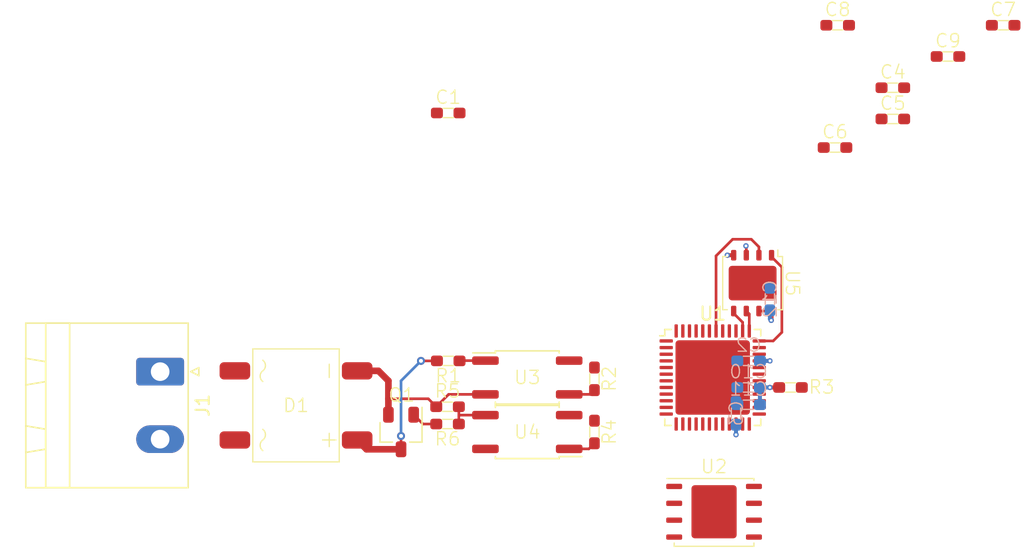
<source format=kicad_pcb>
(kicad_pcb (version 20210925) (generator pcbnew)
  (layers (0 "F.Cu" signal) (1 "In1.Cu" signal) (2 "In2.Cu" signal) (31 "B.Cu" signal) (34 "B.Paste" user) (35 "F.Paste" user) (36 "B.SilkS" user "B.Silkscreen") (37 "F.SilkS" user "F.Silkscreen") (38 "B.Mask" user) (39 "F.Mask" user) (44 "Edge.Cuts" user))
  (net 0 "")
  (net 5 "+1V2")
  (net 9 "/DALI_RX")
  (net 10 "/DALI_TX")
  (net 13 "Net-(U1-Pad14)")
  (net 14 "Net-(U1-Pad15)")
  (net 15 "Net-(U1-Pad16)")
  (net 16 "Net-(U1-Pad17)")
  (net 21 "+3V3")
  (net 32 "Net-(C10-Pad1)")
  (net 33 "Net-(R5-Pad2)")
  (net 34 "/FRAM_CIPO")
  (net 38 "/~{FRAM_CS}")
  (net 45 "GND")
  (net 48 "/FRAM_SCLK")
  (net 51 "Net-(D1-Pad1)")
  (net 52 "Net-(D1-Pad2)")
  (net 53 "/DALI+")
  (net 54 "/DALI-")
  (net 55 "Net-(R1-Pad2)")
  (net 56 "Net-(Q1-Pad1)")
  (net 57 "Net-(R4-Pad2)")
  (net 58 "/FRAM_COPI")
  (footprint "rhais_rcl:C0603" (layer "F.Cu") (at 159.1 92.6)
    (fp_text reference "C6" (at 0 -0.6) (layer "F.SilkS") (effects (font (thickness 0.1)) (justify bottom)))
    (fp_text value "10nF")
    (fp_line (start 0.4 0.35) (end -0.4 0.35) (layer "F.SilkS") (width 0.1))
    (fp_line (start -0.4 -0.35) (end 0.4 -0.35) (layer "F.SilkS") (width 0.1))
    (pad "1" smd roundrect (at -0.85 0) (size 0.9 0.8) (layers "F.Cu" "F.Paste" "F.Mask") (net 5 "+1V2"))
    (pad "2" smd roundrect (at 0.85 0) (size 0.9 0.8) (layers "F.Cu" "F.Paste" "F.Mask") (net 45 "GND"))
  )
  (footprint "rhais_rcl:R0603" (layer "F.Cu") (at 155.75 110.65 180)
    (fp_text reference "R3" (at -1.3 -0.55) (layer "F.SilkS") (effects (font (thickness 0.1)) (justify left bottom)))
    (fp_text value "100R" hide)
    (fp_line (start 0.4 -0.35) (end -0.4 -0.35) (layer "F.SilkS") (width 0.1))
    (fp_line (start -0.4 0.35) (end 0.4 0.35) (layer "F.SilkS") (width 0.1))
    (pad "1" smd roundrect (at -0.85 0 180) (size 0.9 0.8) (layers "F.Cu" "F.Paste" "F.Mask") (net 5 "+1V2"))
    (pad "2" smd roundrect (at 0.85 0 180) (size 0.9 0.8) (layers "F.Cu" "F.Paste" "F.Mask") (net 32 "Net-(C10-Pad1)"))
  )
  (footprint "rhais_package-smd:SO-4_4.4x3.6mm_P2.54mm" (layer "F.Cu") (at 135.95 109.9)
    (fp_text reference "U3" (at 0 0) (layer "F.SilkS") (effects (font (thickness 0.1))))
    (fp_text value "140357145300" hide)
    (fp_line (start -2.4 2) (end -2.4 1.85) (layer "F.SilkS") (width 0.12))
    (fp_line (start -2.4 -1.85) (end -2.4 -2) (layer "F.SilkS") (width 0.12))
    (fp_line (start 2.4 -2) (end 2.4 -1.85) (layer "F.SilkS") (width 0.12))
    (fp_line (start 2.4 2) (end -2.4 2) (layer "F.SilkS") (width 0.12))
    (fp_line (start -2.4 -1.85) (end -4.1 -1.85) (layer "F.SilkS") (width 0.12))
    (fp_line (start -2.4 -2) (end 2.4 -2) (layer "F.SilkS") (width 0.12))
    (fp_line (start 2.4 1.85) (end 2.4 2) (layer "F.SilkS") (width 0.12))
    (pad "1" smd roundrect locked (at -3.15 -1.27) (size 2 0.64) (layers "F.Cu" "F.Paste" "F.Mask") (net 55 "Net-(R1-Pad2)"))
    (pad "2" smd roundrect locked (at -3.15 1.27) (size 2 0.64) (layers "F.Cu" "F.Paste" "F.Mask") (net 54 "/DALI-"))
    (pad "3" smd roundrect locked (at 3.15 1.27) (size 2 0.64) (layers "F.Cu" "F.Paste" "F.Mask") (net 9 "/DALI_RX"))
    (pad "4" smd roundrect locked (at 3.15 -1.27) (size 2 0.64) (layers "F.Cu" "F.Paste" "F.Mask") (net 21 "+3V3"))
  )
  (footprint "rhais_rcl:C0603" (layer "F.Cu") (at 159.3 83.4)
    (fp_text reference "C8" (at 0 -0.6) (layer "F.SilkS") (effects (font (thickness 0.1)) (justify bottom)))
    (fp_text value "0.1uF")
    (fp_line (start 0.4 0.35) (end -0.4 0.35) (layer "F.SilkS") (width 0.1))
    (fp_line (start -0.4 -0.35) (end 0.4 -0.35) (layer "F.SilkS") (width 0.1))
    (pad "1" smd roundrect (at -0.85 0) (size 0.9 0.8) (layers "F.Cu" "F.Paste" "F.Mask") (net 5 "+1V2"))
    (pad "2" smd roundrect (at 0.85 0) (size 0.9 0.8) (layers "F.Cu" "F.Paste" "F.Mask") (net 45 "GND"))
  )
  (footprint "rhais_package-smd:SOT-23" (layer "F.Cu") (at 126.45 114 -90)
    (fp_text reference "Q1" (at -2.2 -0.05 180) (layer "F.SilkS") (effects (font (thickness 0.1)) (justify bottom)))
    (fp_text value "NX138BKR" hide)
    (fp_line (start 0.76 1.58) (end -0.7 1.58) (layer "F.SilkS") (width 0.12))
    (fp_line (start 0.76 -1.58) (end -1.85 -1.58) (layer "F.SilkS") (width 0.12))
    (fp_line (start 0.76 1.58) (end 0.76 0.65) (layer "F.SilkS") (width 0.12))
    (fp_line (start 0.76 -1.58) (end 0.76 -0.65) (layer "F.SilkS") (width 0.12))
    (pad "1" smd roundrect locked (at -1.3 -0.95 180) (size 0.8 1.2) (layers "F.Cu" "F.Paste" "F.Mask") (net 56 "Net-(Q1-Pad1)"))
    (pad "2" smd roundrect locked (at -1.3 0.95 180) (size 0.8 1.2) (layers "F.Cu" "F.Paste" "F.Mask") (net 54 "/DALI-"))
    (pad "3" smd roundrect locked (at 1.3 0 180) (size 0.8 1.2) (layers "F.Cu" "F.Paste" "F.Mask") (net 53 "/DALI+"))
  )
  (footprint "rhais_rcl:R0603" (layer "F.Cu") (at 141 114 -90)
    (fp_text reference "R4" (at 0 -1.7 90) (layer "F.SilkS") (effects (font (thickness 0.1)) (justify bottom)))
    (fp_text value "210R" hide)
    (fp_line (start 0.4 -0.35) (end -0.4 -0.35) (layer "F.SilkS") (width 0.1))
    (fp_line (start -0.4 0.35) (end 0.4 0.35) (layer "F.SilkS") (width 0.1))
    (pad "1" smd roundrect (at -0.85 0 270) (size 0.9 0.8) (layers "F.Cu" "F.Paste" "F.Mask") (net 10 "/DALI_TX"))
    (pad "2" smd roundrect (at 0.85 0 270) (size 0.9 0.8) (layers "F.Cu" "F.Paste" "F.Mask") (net 57 "Net-(R4-Pad2)"))
  )
  (footprint "rhais_rcl:R0603" (layer "F.Cu") (at 129.95 112.1)
    (fp_text reference "R5" (at 0 -0.6) (layer "F.SilkS") (effects (font (thickness 0.1)) (justify bottom)))
    (fp_text value "10k" hide)
    (fp_line (start 0.4 -0.35) (end -0.4 -0.35) (layer "F.SilkS") (width 0.1))
    (fp_line (start -0.4 0.35) (end 0.4 0.35) (layer "F.SilkS") (width 0.1))
    (pad "1" smd roundrect (at -0.85 0) (size 0.9 0.8) (layers "F.Cu" "F.Paste" "F.Mask") (net 54 "/DALI-"))
    (pad "2" smd roundrect (at 0.85 0) (size 0.9 0.8) (layers "F.Cu" "F.Paste" "F.Mask") (net 33 "Net-(R5-Pad2)"))
  )
  (footprint "rhais_diode:Bridge_Bridge_DBL" (layer "F.Cu") (at 118.55 112 -90)
    (fp_text reference "D1" (at 0 0) (layer "F.SilkS") (effects (font (thickness 0.1))))
    (fp_text value "D_Bridge_+-AA" hide)
    (fp_line (start 2.6 -3) (end 2.6 -2) (layer "F.SilkS") (width 0.1))
    (fp_line (start -4.25 -3.25) (end 4.25 -3.25) (layer "F.SilkS") (width 0.1))
    (fp_line (start 4.25 -3.25) (end 4.25 3.25) (layer "F.SilkS") (width 0.1))
    (fp_line (start 4.25 3.25) (end -4.25 3.25) (layer "F.SilkS") (width 0.1))
    (fp_line (start -3.1 -2.5) (end -2.1 -2.5) (layer "F.SilkS") (width 0.1))
    (fp_line (start 2.1 -2.5) (end 3.1 -2.5) (layer "F.SilkS") (width 0.1))
    (fp_line (start -4.25 3.25) (end -4.25 -3.25) (layer "F.SilkS") (width 0.1))
    (fp_arc (start -2.2 2.2) (end -2.2 2.7) (angle 51.34019175) (layer "F.SilkS") (width 0.1))
    (fp_arc (start 3 2.2) (end 3 2.7) (angle -53.13010235) (layer "F.SilkS") (width 0.1))
    (fp_arc (start -3 2.8) (end -3 2.3) (angle -53.13010235) (layer "F.SilkS") (width 0.1))
    (fp_arc (start -2.2 2.2) (end -2.2 2.7) (angle -53.13010235) (layer "F.SilkS") (width 0.1))
    (fp_arc (start 2.2 2.8) (end 2.2 2.3) (angle -53.13010235) (layer "F.SilkS") (width 0.1))
    (fp_arc (start 2.2 2.8) (end 2.6 2.5) (angle -53.13010235) (layer "F.SilkS") (width 0.1))
    (fp_arc (start 3 2.2) (end 3 2.7) (angle 51.34019175) (layer "F.SilkS") (width 0.1))
    (fp_arc (start -3 2.8) (end -2.6 2.5) (angle -53.13010235) (layer "F.SilkS") (width 0.1))
    (pad "1" smd roundrect (at -2.6 4.6 270) (size 1.3 2.3) (layers "F.Cu" "F.Paste" "F.Mask") (net 51 "Net-(D1-Pad1)"))
    (pad "2" smd roundrect (at 2.6 4.6 270) (size 1.3 2.3) (layers "F.Cu" "F.Paste" "F.Mask") (net 52 "Net-(D1-Pad2)"))
    (pad "3" smd roundrect (at 2.6 -4.6 270) (size 1.3 2.3) (layers "F.Cu" "F.Paste" "F.Mask") (net 53 "/DALI+"))
    (pad "4" smd roundrect (at -2.6 -4.6 270) (size 1.3 2.3) (layers "F.Cu" "F.Paste" "F.Mask") (net 54 "/DALI-"))
  )
  (footprint "Connector_Phoenix_MSTB:PhoenixContact_MSTBA_2,5_2-G-5,08_1x02_P5.08mm_Horizontal" (layer "F.Cu") (at 108.3275 109.46 -90)
    (fp_text reference "J1" (at 2.54 -3.2 90) (layer "F.SilkS"))
    (fp_text value "DALI")
    (fp_line (start 4.08 10.11) (end 6.08 10.11) (layer "F.SilkS") (width 0.12))
    (fp_line (start -3.65 6.81) (end 8.73 6.81) (layer "F.SilkS") (width 0.12))
    (fp_line (start 6.08 10.11) (end 5.83 8.61) (layer "F.SilkS") (width 0.12))
    (fp_line (start -3.65 -2.11) (end -3.65 10.11) (layer "F.SilkS") (width 0.12))
    (fp_line (start -3.65 8.61) (end -3.65 6.81) (layer "F.SilkS") (width 0.12))
    (fp_line (start -0.75 8.61) (end -1 10.11) (layer "F.SilkS") (width 0.12))
    (fp_line (start 0.3 -2.91) (end 0 -2.31) (layer "F.SilkS") (width 0.12))
    (fp_line (start 8.73 10.11) (end 8.73 -2.11) (layer "F.SilkS") (width 0.12))
    (fp_line (start 0.75 8.61) (end -0.75 8.61) (layer "F.SilkS") (width 0.12))
    (fp_line (start 4.33 8.61) (end 4.08 10.11) (layer "F.SilkS") (width 0.12))
    (fp_line (start 8.73 8.61) (end -3.65 8.61) (layer "F.SilkS") (width 0.12))
    (fp_line (start 5.83 8.61) (end 4.33 8.61) (layer "F.SilkS") (width 0.12))
    (fp_line (start -1 10.11) (end 1 10.11) (layer "F.SilkS") (width 0.12))
    (fp_line (start 8.73 6.81) (end 8.73 8.61) (layer "F.SilkS") (width 0.12))
    (fp_line (start -0.3 -2.91) (end 0.3 -2.91) (layer "F.SilkS") (width 0.12))
    (fp_line (start 8.73 -2.11) (end -3.65 -2.11) (layer "F.SilkS") (width 0.12))
    (fp_line (start 1 10.11) (end 0.75 8.61) (layer "F.SilkS") (width 0.12))
    (fp_line (start -3.65 10.11) (end 8.73 10.11) (layer "F.SilkS") (width 0.12))
    (fp_line (start 0 -2.31) (end -0.3 -2.91) (layer "F.SilkS") (width 0.12))
    (pad "1" thru_hole roundrect locked (at 0 0 270) (size 2.08 3.6) (drill 1.4) (layers *.Cu *.Mask) (roundrect_rratio 0.120192) (net 51 "Net-(D1-Pad1)"))
    (pad "2" thru_hole oval locked (at 5.08 0 270) (size 2.08 3.6) (drill 1.4) (layers *.Cu *.Mask) (net 52 "Net-(D1-Pad2)"))
  )
  (footprint "rhais_package-qfn:QFN-48-1EP_7x7mm_P0.5mm_EP5.6x5.6mm" (layer "F.Cu") (at 149.9 109.9)
    (fp_text reference "U1" (at 0 -4.8) (layer "F.SilkS"))
    (fp_text value "ICE40UP5K-SG48ITR" hide)
    (fp_line (start -3.61 3.61) (end -3.61 3.135) (layer "F.SilkS") (width 0.12))
    (fp_line (start -3.135 -3.61) (end -3.61 -3.61) (layer "F.SilkS") (width 0.12))
    (fp_line (start 3.135 3.61) (end 3.61 3.61) (layer "F.SilkS") (width 0.12))
    (fp_line (start -3.61 -3.14) (end -3.99 -3.14) (layer "F.SilkS") (width 0.12))
    (fp_line (start 3.61 -3.61) (end 3.61 -3.135) (layer "F.SilkS") (width 0.12))
    (fp_line (start 3.135 -3.61) (end 3.61 -3.61) (layer "F.SilkS") (width 0.12))
    (fp_line (start -3.135 3.61) (end -3.61 3.61) (layer "F.SilkS") (width 0.12))
    (fp_line (start 3.61 3.61) (end 3.61 3.135) (layer "F.SilkS") (width 0.12))
    (fp_line (start -3.61 -3.61) (end -3.61 -3.14) (layer "F.SilkS") (width 0.12))
    (pad "1" smd roundrect locked (at -3.5 -2.75) (size 1 0.25) (layers "F.Cu" "F.Paste" "F.Mask"))
    (pad "2" smd roundrect locked (at -3.5 -2.25) (size 1 0.25) (layers "F.Cu" "F.Paste" "F.Mask"))
    (pad "3" smd roundrect locked (at -3.5 -1.75) (size 1 0.25) (layers "F.Cu" "F.Paste" "F.Mask"))
    (pad "4" smd roundrect locked (at -3.5 -1.25) (size 1 0.25) (layers "F.Cu" "F.Paste" "F.Mask"))
    (pad "5" smd roundrect locked (at -3.5 -0.75) (size 1 0.25) (layers "F.Cu" "F.Paste" "F.Mask") (net 5 "+1V2"))
    (pad "6" smd roundrect locked (at -3.5 -0.25) (size 1 0.25) (layers "F.Cu" "F.Paste" "F.Mask"))
    (pad "7" smd roundrect locked (at -3.5 0.25) (size 1 0.25) (layers "F.Cu" "F.Paste" "F.Mask"))
    (pad "8" smd roundrect locked (at -3.5 0.75) (size 1 0.25) (layers "F.Cu" "F.Paste" "F.Mask"))
    (pad "9" smd roundrect locked (at -3.5 1.25) (size 1 0.25) (layers "F.Cu" "F.Paste" "F.Mask") (net 9 "/DALI_RX"))
    (pad "10" smd roundrect locked (at -3.5 1.75) (size 1 0.25) (layers "F.Cu" "F.Paste" "F.Mask") (net 10 "/DALI_TX"))
    (pad "11" smd roundrect locked (at -3.5 2.25) (size 1 0.25) (layers "F.Cu" "F.Paste" "F.Mask"))
    (pad "12" smd roundrect locked (at -3.5 2.75) (size 1 0.25) (layers "F.Cu" "F.Paste" "F.Mask"))
    (pad "13" smd roundrect locked (at -2.75 3.5) (size 0.25 1) (layers "F.Cu" "F.Paste" "F.Mask"))
    (pad "14" smd roundrect locked (at -2.25 3.5) (size 0.25 1) (layers "F.Cu" "F.Paste" "F.Mask") (net 13 "Net-(U1-Pad14)"))
    (pad "15" smd roundrect locked (at -1.75 3.5) (size 0.25 1) (layers "F.Cu" "F.Paste" "F.Mask") (net 14 "Net-(U1-Pad15)"))
    (pad "16" smd roundrect locked (at -1.25 3.5) (size 0.25 1) (layers "F.Cu" "F.Paste" "F.Mask") (net 15 "Net-(U1-Pad16)"))
    (pad "17" smd roundrect locked (at -0.75 3.5) (size 0.25 1) (layers "F.Cu" "F.Paste" "F.Mask") (net 16 "Net-(U1-Pad17)"))
    (pad "18" smd roundrect locked (at -0.25 3.5) (size 0.25 1) (layers "F.Cu" "F.Paste" "F.Mask"))
    (pad "19" smd roundrect locked (at 0.25 3.5) (size 0.25 1) (layers "F.Cu" "F.Paste" "F.Mask"))
    (pad "20" smd roundrect locked (at 0.75 3.5) (size 0.25 1) (layers "F.Cu" "F.Paste" "F.Mask"))
    (pad "21" smd roundrect locked (at 1.25 3.5) (size 0.25 1) (layers "F.Cu" "F.Paste" "F.Mask"))
    (pad "22" smd roundrect locked (at 1.75 3.5) (size 0.25 1) (layers "F.Cu" "F.Paste" "F.Mask") (net 21 "+3V3"))
    (pad "23" smd roundrect locked (at 2.25 3.5) (size 0.25 1) (layers "F.Cu" "F.Paste" "F.Mask"))
    (pad "24" smd roundrect locked (at 2.75 3.5) (size 0.25 1) (layers "F.Cu" "F.Paste" "F.Mask"))
    (pad "25" smd roundrect locked (at 3.5 2.75) (size 1 0.25) (layers "F.Cu" "F.Paste" "F.Mask"))
    (pad "26" smd roundrect locked (at 3.5 2.25) (size 1 0.25) (layers "F.Cu" "F.Paste" "F.Mask"))
    (pad "27" smd roundrect locked (at 3.5 1.75) (size 1 0.25) (layers "F.Cu" "F.Paste" "F.Mask"))
    (pad "28" smd roundrect locked (at 3.5 1.25) (size 1 0.25) (layers "F.Cu" "F.Paste" "F.Mask"))
    (pad "29" smd roundrect locked (at 3.5 0.75) (size 1 0.25) (layers "F.Cu" "F.Paste" "F.Mask") (net 32 "Net-(C10-Pad1)"))
    (pad "30" smd roundrect locked (at 3.5 0.25) (size 1 0.25) (layers "F.Cu" "F.Paste" "F.Mask") (net 5 "+1V2"))
    (pad "31" smd roundrect locked (at 3.5 -0.25) (size 1 0.25) (layers "F.Cu" "F.Paste" "F.Mask"))
    (pad "32" smd roundrect locked (at 3.5 -0.75) (size 1 0.25) (layers "F.Cu" "F.Paste" "F.Mask"))
    (pad "33" smd roundrect locked (at 3.5 -1.25) (size 1 0.25) (layers "F.Cu" "F.Paste" "F.Mask") (net 21 "+3V3"))
    (pad "34" smd roundrect locked (at 3.5 -1.75) (size 1 0.25) (layers "F.Cu" "F.Paste" "F.Mask"))
    (pad "35" smd roundrect locked (at 3.5 -2.25) (size 1 0.25) (layers "F.Cu" "F.Paste" "F.Mask"))
    (pad "36" smd roundrect locked (at 3.5 -2.75) (size 1 0.25) (layers "F.Cu" "F.Paste" "F.Mask") (net 38 "/~{FRAM_CS}"))
    (pad "37" smd roundrect locked (at 2.75 -3.5) (size 0.25 1) (layers "F.Cu" "F.Paste" "F.Mask") (net 48 "/FRAM_SCLK"))
    (pad "38" smd roundrect locked (at 2.25 -3.5) (size 0.25 1) (layers "F.Cu" "F.Paste" "F.Mask") (net 58 "/FRAM_COPI"))
    (pad "39" smd roundrect locked (at 1.75 -3.5) (size 0.25 1) (layers "F.Cu" "F.Paste" "F.Mask"))
    (pad "40" smd roundrect locked (at 1.25 -3.5) (size 0.25 1) (layers "F.Cu" "F.Paste" "F.Mask"))
    (pad "41" smd roundrect locked (at 0.75 -3.5) (size 0.25 1) (layers "F.Cu" "F.Paste" "F.Mask"))
    (pad "42" smd roundrect locked (at 0.25 -3.5) (size 0.25 1) (layers "F.Cu" "F.Paste" "F.Mask") (net 34 "/FRAM_CIPO"))
    (pad "43" smd roundrect locked (at -0.25 -3.5) (size 0.25 1) (layers "F.Cu" "F.Paste" "F.Mask"))
    (pad "44" smd roundrect locked (at -0.75 -3.5) (size 0.25 1) (layers "F.Cu" "F.Paste" "F.Mask"))
    (pad "45" smd roundrect locked (at -1.25 -3.5) (size 0.25 1) (layers "F.Cu" "F.Paste" "F.Mask"))
    (pad "46" smd roundrect locked (at -1.75 -3.5) (size 0.25 1) (layers "F.Cu" "F.Paste" "F.Mask"))
    (pad "47" smd roundrect locked (at -2.25 -3.5) (size 0.25 1) (layers "F.Cu" "F.Paste" "F.Mask"))
    (pad "48" smd roundrect locked (at -2.75 -3.5) (size 0.25 1) (layers "F.Cu" "F.Paste" "F.Mask"))
    (pad "49" smd roundrect locked (at 0 0) (size 5.6 5.6) (layers "F.Cu" "F.Mask") (roundrect_rratio 0.04464285714) (net 45 "GND"))
  )
  (footprint "rhais_package-smd:SO-4_4.4x3.6mm_P2.54mm" (layer "F.Cu") (at 135.95 114 180)
    (fp_text reference "U4" (at 0 0 180) (layer "F.SilkS") (effects (font (thickness 0.1))))
    (fp_text value "140357145300" hide)
    (fp_line (start 2.4 -2) (end 2.4 -1.85) (layer "F.SilkS") (width 0.12))
    (fp_line (start -2.4 -1.85) (end -2.4 -2) (layer "F.SilkS") (width 0.12))
    (fp_line (start 2.4 1.85) (end 2.4 2) (layer "F.SilkS") (width 0.12))
    (fp_line (start -2.4 -2) (end 2.4 -2) (layer "F.SilkS") (width 0.12))
    (fp_line (start 2.4 2) (end -2.4 2) (layer "F.SilkS") (width 0.12))
    (fp_line (start -2.4 2) (end -2.4 1.85) (layer "F.SilkS") (width 0.12))
    (fp_line (start -2.4 -1.85) (end -4.1 -1.85) (layer "F.SilkS") (width 0.12))
    (pad "1" smd roundrect locked (at -3.15 -1.27 180) (size 2 0.64) (layers "F.Cu" "F.Paste" "F.Mask") (net 57 "Net-(R4-Pad2)"))
    (pad "2" smd roundrect locked (at -3.15 1.27 180) (size 2 0.64) (layers "F.Cu" "F.Paste" "F.Mask") (net 45 "GND"))
    (pad "3" smd roundrect locked (at 3.15 1.27 180) (size 2 0.64) (layers "F.Cu" "F.Paste" "F.Mask") (net 33 "Net-(R5-Pad2)"))
    (pad "4" smd roundrect locked (at 3.15 -1.27 180) (size 2 0.64) (layers "F.Cu" "F.Paste" "F.Mask") (net 53 "/DALI+"))
  )
  (footprint "rhais_rcl:C0603" (layer "F.Cu") (at 163.45 90.45)
    (fp_text reference "C5" (at 0 -0.6) (layer "F.SilkS") (effects (font (thickness 0.1)) (justify bottom)))
    (fp_text value "0.1uF")
    (fp_line (start 0.4 0.35) (end -0.4 0.35) (layer "F.SilkS") (width 0.1))
    (fp_line (start -0.4 -0.35) (end 0.4 -0.35) (layer "F.SilkS") (width 0.1))
    (pad "1" smd roundrect (at -0.85 0) (size 0.9 0.8) (layers "F.Cu" "F.Paste" "F.Mask") (net 5 "+1V2"))
    (pad "2" smd roundrect (at 0.85 0) (size 0.9 0.8) (layers "F.Cu" "F.Paste" "F.Mask") (net 45 "GND"))
  )
  (footprint "rhais_rcl:R0603" (layer "F.Cu") (at 141 110 90)
    (fp_text reference "R2" (at 0 1.7 90) (layer "F.SilkS") (effects (font (thickness 0.1)) (justify bottom)))
    (fp_text value "10k" hide)
    (fp_line (start 0.4 -0.35) (end -0.4 -0.35) (layer "F.SilkS") (width 0.1))
    (fp_line (start -0.4 0.35) (end 0.4 0.35) (layer "F.SilkS") (width 0.1))
    (pad "1" smd roundrect (at -0.85 0 90) (size 0.9 0.8) (layers "F.Cu" "F.Paste" "F.Mask") (net 9 "/DALI_RX"))
    (pad "2" smd roundrect (at 0.85 0 90) (size 0.9 0.8) (layers "F.Cu" "F.Paste" "F.Mask") (net 45 "GND"))
  )
  (footprint "rhais_rcl:C0603" (layer "F.Cu") (at 163.45 88.1)
    (fp_text reference "C4" (at 0 -0.6) (layer "F.SilkS") (effects (font (thickness 0.1)) (justify bottom)))
    (fp_text value "1uF")
    (fp_line (start -0.4 -0.35) (end 0.4 -0.35) (layer "F.SilkS") (width 0.1))
    (fp_line (start 0.4 0.35) (end -0.4 0.35) (layer "F.SilkS") (width 0.1))
    (pad "1" smd roundrect (at -0.85 0) (size 0.9 0.8) (layers "F.Cu" "F.Paste" "F.Mask") (net 5 "+1V2"))
    (pad "2" smd roundrect (at 0.85 0) (size 0.9 0.8) (layers "F.Cu" "F.Paste" "F.Mask") (net 45 "GND"))
  )
  (footprint "rhais_package-qfn:WDFN-8-1EP_4x4.5mm_P0.95mm_EP2.6x3.6mm" (layer "F.Cu") (at 152.9 102.8 -90)
    (fp_text reference "U5" (at 0 -3 -90 unlocked) (layer "F.SilkS") (effects (font (thickness 0.1))))
    (fp_text value "FM25L16B" hide)
    (fp_line (start -2 1.9) (end -2 2.25) (layer "F.SilkS") (width 0.1))
    (fp_line (start -2 2.25) (end 2 2.25) (layer "F.SilkS") (width 0.1))
    (fp_line (start -2.5 -1.9) (end -2 -1.9) (layer "F.SilkS") (width 0.1))
    (fp_line (start -2 -1.9) (end -2 -2.25) (layer "F.SilkS") (width 0.1))
    (fp_line (start 2 2.25) (end 2 1.9) (layer "F.SilkS") (width 0.1))
    (fp_line (start -2 -2.25) (end 2 -2.25) (layer "F.SilkS") (width 0.1))
    (fp_line (start 2 -2.25) (end 2 -1.9) (layer "F.SilkS") (width 0.1))
    (pad "1" smd roundrect (at -2.1 -1.425 270) (size 0.8 0.4) (layers "F.Cu" "F.Paste" "F.Mask") (net 38 "/~{FRAM_CS}"))
    (pad "2" smd roundrect (at -2.1 -0.475 270) (size 0.8 0.4) (layers "F.Cu" "F.Paste" "F.Mask") (net 34 "/FRAM_CIPO"))
    (pad "3" smd roundrect (at -2.1 0.475 270) (size 0.8 0.4) (layers "F.Cu" "F.Paste" "F.Mask") (net 21 "+3V3"))
    (pad "4" smd roundrect (at -2.1 1.425 270) (size 0.8 0.4) (layers "F.Cu" "F.Paste" "F.Mask") (net 45 "GND"))
    (pad "5" smd roundrect (at 2.1 1.425 270) (size 0.8 0.4) (layers "F.Cu" "F.Paste" "F.Mask") (net 58 "/FRAM_COPI"))
    (pad "6" smd roundrect (at 2.1 0.475 270) (size 0.8 0.4) (layers "F.Cu" "F.Paste" "F.Mask") (net 48 "/FRAM_SCLK"))
    (pad "7" smd roundrect (at 2.1 -0.475 270) (size 0.8 0.4) (layers "F.Cu" "F.Paste" "F.Mask") (net 21 "+3V3"))
    (pad "8" smd roundrect (at 2.1 -1.425 270) (size 0.8 0.4) (layers "F.Cu" "F.Paste" "F.Mask") (net 21 "+3V3"))
    (pad "9" smd roundrect (at 0 0 270) (size 2.6 3.6) (layers "F.Cu" "F.Mask") (roundrect_rratio 0.09615384615))
  )
  (footprint "rhais_rcl:R0603" (layer "F.Cu") (at 129.95 113.4 180)
    (fp_text reference "R6" (at 0 -1.7) (layer "F.SilkS") (effects (font (thickness 0.1)) (justify bottom)))
    (fp_text value "1k" hide)
    (fp_line (start 0.4 -0.35) (end -0.4 -0.35) (layer "F.SilkS") (width 0.1))
    (fp_line (start -0.4 0.35) (end 0.4 0.35) (layer "F.SilkS") (width 0.1))
    (pad "1" smd roundrect (at -0.85 0 180) (size 0.9 0.8) (layers "F.Cu" "F.Paste" "F.Mask") (net 33 "Net-(R5-Pad2)"))
    (pad "2" smd roundrect (at 0.85 0 180) (size 0.9 0.8) (layers "F.Cu" "F.Paste" "F.Mask") (net 56 "Net-(Q1-Pad1)"))
  )
  (footprint "rhais_rcl:C0603" (layer "F.Cu") (at 167.6 85.75)
    (fp_text reference "C9" (at 0 -0.6) (layer "F.SilkS") (effects (font (thickness 0.1)) (justify bottom)))
    (fp_text value "10uF")
    (fp_line (start 0.4 0.35) (end -0.4 0.35) (layer "F.SilkS") (width 0.1))
    (fp_line (start -0.4 -0.35) (end 0.4 -0.35) (layer "F.SilkS") (width 0.1))
    (pad "1" smd roundrect (at -0.85 0) (size 0.9 0.8) (layers "F.Cu" "F.Paste" "F.Mask") (net 5 "+1V2"))
    (pad "2" smd roundrect (at 0.85 0) (size 0.9 0.8) (layers "F.Cu" "F.Paste" "F.Mask") (net 45 "GND"))
  )
  (footprint "rhais_rcl:C0603" (layer "F.Cu") (at 171.75 83.4)
    (fp_text reference "C7" (at 0 -0.6) (layer "F.SilkS") (effects (font (thickness 0.1)) (justify bottom)))
    (fp_text value "1uF")
    (fp_line (start 0.4 0.35) (end -0.4 0.35) (layer "F.SilkS") (width 0.1))
    (fp_line (start -0.4 -0.35) (end 0.4 -0.35) (layer "F.SilkS") (width 0.1))
    (pad "1" smd roundrect (at -0.85 0) (size 0.9 0.8) (layers "F.Cu" "F.Paste" "F.Mask") (net 5 "+1V2"))
    (pad "2" smd roundrect (at 0.85 0) (size 0.9 0.8) (layers "F.Cu" "F.Paste" "F.Mask") (net 45 "GND"))
  )
  (footprint "rhais_package-qfn:UDFN-8-1EP_6x5mm_P1.27mm_EP3.4x4mm" (layer "F.Cu") (at 150 120)
    (fp_text reference "U2" (at 0 -3.4) (layer "F.SilkS") (effects (font (thickness 0.1))))
    (fp_text value "SPI-Flash_EP" hide)
    (fp_line (start -3 2.35) (end -3 2.6) (layer "F.SilkS") (width 0.1))
    (fp_line (start 3 2.35) (end 3 2.6) (layer "F.SilkS") (width 0.1))
    (fp_line (start 3 -2.5) (end 3 -2.35) (layer "F.SilkS") (width 0.1))
    (fp_line (start -3 2.6) (end 3 2.6) (layer "F.SilkS") (width 0.1))
    (fp_line (start 3 -2.5) (end -3.55 -2.5) (layer "F.SilkS") (width 0.1))
    (pad "1" smd roundrect (at -3 -1.905) (size 1.2 0.4) (layers "F.Cu" "F.Paste" "F.Mask") (net 15 "Net-(U1-Pad16)"))
    (pad "2" smd roundrect (at -3 -0.635) (size 1.2 0.4) (layers "F.Cu" "F.Paste" "F.Mask") (net 16 "Net-(U1-Pad17)"))
    (pad "3" smd roundrect (at -3 0.635) (size 1.2 0.4) (layers "F.Cu" "F.Paste" "F.Mask"))
    (pad "4" smd roundrect (at -3 1.905) (size 1.2 0.4) (layers "F.Cu" "F.Paste" "F.Mask") (net 45 "GND"))
    (pad "5" smd roundrect (at 3 1.905) (size 1.2 0.4) (layers "F.Cu" "F.Paste" "F.Mask") (net 13 "Net-(U1-Pad14)"))
    (pad "6" smd roundrect (at 3 0.635) (size 1.2 0.4) (layers "F.Cu" "F.Paste" "F.Mask") (net 14 "Net-(U1-Pad15)"))
    (pad "7" smd roundrect (at 3 -0.635) (size 1.2 0.4) (layers "F.Cu" "F.Paste" "F.Mask"))
    (pad "8" smd roundrect (at 3 -1.905) (size 1.2 0.4) (layers "F.Cu" "F.Paste" "F.Mask") (net 21 "+3V3"))
    (pad "9" smd roundrect (at 0 0) (size 3.4 4) (layers "F.Cu" "F.Paste" "F.Mask") (roundrect_rratio 0.074) (net 45 "GND"))
  )
  (footprint "rhais_rcl:C0603" (layer "F.Cu") (at 130 90)
    (fp_text reference "C1" (at 0 -0.6) (layer "F.SilkS") (effects (font (thickness 0.1)) (justify bottom)))
    (fp_text value "0.1uF")
    (fp_line (start 0.4 0.35) (end -0.4 0.35) (layer "F.SilkS") (width 0.1))
    (fp_line (start -0.4 -0.35) (end 0.4 -0.35) (layer "F.SilkS") (width 0.1))
    (pad "1" smd roundrect (at -0.85 0) (size 0.9 0.8) (layers "F.Cu" "F.Paste" "F.Mask"))
    (pad "2" smd roundrect (at 0.85 0) (size 0.9 0.8) (layers "F.Cu" "F.Paste" "F.Mask"))
  )
  (footprint "rhais_rcl:R0603" (layer "F.Cu") (at 130 108.65)
    (fp_text reference "R1" (at 0 1.7) (layer "F.SilkS") (effects (font (thickness 0.1)) (justify bottom)))
    (fp_text value "1k5" hide)
    (fp_line (start -0.4 0.35) (end 0.4 0.35) (layer "F.SilkS") (width 0.1))
    (fp_line (start 0.4 -0.35) (end -0.4 -0.35) (layer "F.SilkS") (width 0.1))
    (pad "1" smd roundrect (at -0.85 0) (size 0.9 0.8) (layers "F.Cu" "F.Paste" "F.Mask") (net 53 "/DALI+"))
    (pad "2" smd roundrect (at 0.85 0) (size 0.9 0.8) (layers "F.Cu" "F.Paste" "F.Mask") (net 55 "Net-(R1-Pad2)"))
  )
  (footprint "rhais_rcl:C0603" (layer "B.Cu") (at 152.6 110.65 180)
    (fp_text reference "C10" (at 0 0.6) (layer "B.SilkS") (effects (font (thickness 0.1)) (justify bottom mirror)))
    (fp_text value "0.1uF" hide)
    (fp_line (start 0.4 -0.35) (end -0.4 -0.35) (layer "B.SilkS") (width 0.1))
    (fp_line (start -0.4 0.35) (end 0.4 0.35) (layer "B.SilkS") (width 0.1))
    (pad "1" smd roundrect (at -0.85 0 180) (size 0.9 0.8) (layers "B.Cu" "B.Paste" "B.Mask") (net 32 "Net-(C10-Pad1)"))
    (pad "2" smd roundrect (at 0.85 0 180) (size 0.9 0.8) (layers "B.Cu" "B.Paste" "B.Mask") (net 45 "GND"))
  )
  (footprint "rhais_rcl:C0603" (layer "B.Cu") (at 152.6 108.65 180)
    (fp_text reference "C2" (at 0 0.6) (layer "B.SilkS") (effects (font (thickness 0.1)) (justify bottom mirror)))
    (fp_text value "0.1uF" hide)
    (fp_line (start 0.4 -0.35) (end -0.4 -0.35) (layer "B.SilkS") (width 0.1))
    (fp_line (start -0.4 0.35) (end 0.4 0.35) (layer "B.SilkS") (width 0.1))
    (pad "1" smd roundrect (at -0.85 0 180) (size 0.9 0.8) (layers "B.Cu" "B.Paste" "B.Mask") (net 21 "+3V3"))
    (pad "2" smd roundrect (at 0.85 0 180) (size 0.9 0.8) (layers "B.Cu" "B.Paste" "B.Mask") (net 45 "GND"))
  )
  (footprint "rhais_rcl:C0603" (layer "B.Cu") (at 152.6 111.95 180)
    (fp_text reference "C11" (at 0 0.6) (layer "B.SilkS") (effects (font (thickness 0.1)) (justify bottom mirror)))
    (fp_text value "10uF" hide)
    (fp_line (start 0.4 -0.35) (end -0.4 -0.35) (layer "B.SilkS") (width 0.1))
    (fp_line (start -0.4 0.35) (end 0.4 0.35) (layer "B.SilkS") (width 0.1))
    (pad "1" smd roundrect (at -0.85 0 180) (size 0.9 0.8) (layers "B.Cu" "B.Paste" "B.Mask") (net 32 "Net-(C10-Pad1)"))
    (pad "2" smd roundrect (at 0.85 0 180) (size 0.9 0.8) (layers "B.Cu" "B.Paste" "B.Mask") (net 45 "GND"))
  )
  (footprint "rhais_rcl:C0603" (layer "B.Cu") (at 151.65 112.6 90)
    (fp_text reference "C3" (at 0 0.6 90) (layer "B.SilkS") (effects (font (thickness 0.1)) (justify bottom mirror)))
    (fp_text value "0.1uF" hide)
    (fp_line (start -0.4 0.35) (end 0.4 0.35) (layer "B.SilkS") (width 0.1))
    (fp_line (start 0.4 -0.35) (end -0.4 -0.35) (layer "B.SilkS") (width 0.1))
    (pad "1" smd roundrect (at -0.85 0 90) (size 0.9 0.8) (layers "B.Cu" "B.Paste" "B.Mask") (net 21 "+3V3"))
    (pad "2" smd roundrect (at 0.85 0 90) (size 0.9 0.8) (layers "B.Cu" "B.Paste" "B.Mask") (net 45 "GND"))
  )
  (footprint "rhais_rcl:C0603" (layer "B.Cu") (at 154.2 104 90)
    (fp_text reference "C12" (at 0 0.6 90) (layer "B.SilkS") (effects (font (thickness 0.1)) (justify bottom mirror)))
    (fp_text value "0.1uF" hide)
    (fp_line (start 0.4 -0.35) (end -0.4 -0.35) (layer "B.SilkS") (width 0.1))
    (fp_line (start -0.4 0.35) (end 0.4 0.35) (layer "B.SilkS") (width 0.1))
    (pad "1" smd roundrect (at -0.85 0 90) (size 0.9 0.8) (layers "B.Cu" "B.Paste" "B.Mask") (net 21 "+3V3"))
    (pad "2" smd roundrect (at 0.85 0 90) (size 0.9 0.8) (layers "B.Cu" "B.Paste" "B.Mask") (net 45 "GND"))
  )
  (segment (start 140.68 111.17) (end 141 110.85) (width 0.2) (layer "F.Cu") (net 9))
  (segment (start 139.1 111.17) (end 140.68 111.17) (width 0.2) (layer "F.Cu") (net 9))
  (segment (start 154.325 104.9) (end 154.325 105.575) (width 0.3) (layer "F.Cu") (net 21))
  (segment (start 153.375 104.9) (end 154.325 104.9) (width 0.2) (layer "F.Cu") (net 21))
  (segment (start 151.65 113.4) (end 151.65 114.2) (width 0.3) (layer "F.Cu") (net 21))
  (segment (start 154.325 105.575) (end 154.3 105.6) (width 0.3) (layer "F.Cu") (net 21))
  (segment (start 154.2 108.65) (end 153.4 108.65) (width 0.3) (layer "F.Cu") (net 21))
  (segment (start 152.425 100.025) (end 152.4 100) (width 0.2) (layer "F.Cu") (net 21))
  (segment (start 152.425 100.7) (end 152.425 100.025) (width 0.2) (layer "F.Cu") (net 21))
  (via (at 154.3 105.6) (size 0.4) (drill 0.2) (layers "F.Cu" "B.Cu") (net 21))
  (via (at 154.2 108.65) (size 0.4) (drill 0.2) (layers "F.Cu" "B.Cu") (net 21))
  (via (at 151.65 114.2) (size 0.4) (drill 0.2) (layers "F.Cu" "B.Cu") (net 21))
  (via (at 152.4 100) (size 0.4) (drill 0.2) (layers "F.Cu" "B.Cu") (net 21))
  (segment (start 154.2 105.5) (end 154.3 105.6) (width 0.3) (layer "B.Cu") (net 21))
  (segment (start 151.65 114.2) (end 151.65 113.45) (width 0.3) (layer "B.Cu") (net 21))
  (segment (start 153.45 108.65) (end 154.2 108.65) (width 0.3) (layer "B.Cu") (net 21))
  (segment (start 154.2 104.85) (end 154.2 105.5) (width 0.3) (layer "B.Cu") (net 21))
  (segment (start 153.4 110.65) (end 154.2 110.65) (width 0.3) (layer "F.Cu") (net 32))
  (segment (start 154.9 110.65) (end 154.2 110.65) (width 0.3) (layer "F.Cu") (net 32))
  (via (at 154.2 110.65) (size 0.4) (drill 0.2) (layers "F.Cu" "B.Cu") (net 32))
  (segment (start 154.2 110.65) (end 153.45 110.65) (width 0.3) (layer "B.Cu") (net 32))
  (segment (start 153.45 111.95) (end 153.45 110.65) (width 0.3) (layer "B.Cu") (net 32))
  (segment (start 130.82 112.73) (end 130.8 112.75) (width 0.2) (layer "F.Cu") (net 33))
  (segment (start 130.8 112.75) (end 130.8 112.1) (width 0.2) (layer "F.Cu") (net 33))
  (segment (start 130.8 113.4) (end 130.8 112.75) (width 0.2) (layer "F.Cu") (net 33))
  (segment (start 132.8 112.73) (end 130.82 112.73) (width 0.2) (layer "F.Cu") (net 33))
  (segment (start 152.8 99.5) (end 151.4 99.5) (width 0.2) (layer "F.Cu") (net 34))
  (segment (start 153.375 100.7) (end 153.375 100.075) (width 0.2) (layer "F.Cu") (net 34))
  (segment (start 153.375 100.075) (end 152.8 99.5) (width 0.2) (layer "F.Cu") (net 34))
  (segment (start 151.4 99.5) (end 150.15 100.75) (width 0.2) (layer "F.Cu") (net 34))
  (segment (start 150.15 100.75) (end 150.15 106.4) (width 0.2) (layer "F.Cu") (net 34))
  (segment (start 154.325 100.825) (end 154.325 100.7) (width 0.2) (layer "F.Cu") (net 38))
  (segment (start 155.1 101.6) (end 154.325 100.825) (width 0.2) (layer "F.Cu") (net 38))
  (segment (start 153.4 107.15) (end 154.45 107.15) (width 0.2) (layer "F.Cu") (net 38))
  (segment (start 155.1 106.5) (end 155.1 101.6) (width 0.2) (layer "F.Cu") (net 38))
  (segment (start 154.45 107.15) (end 155.1 106.5) (width 0.2) (layer "F.Cu") (net 38))
  (segment (start 151.475 100.7) (end 151 100.7) (width 0.3) (layer "F.Cu") (net 45))
  (via (at 151 100.7) (size 0.4) (drill 0.2) (layers "F.Cu" "B.Cu") (net 45))
  (segment (start 152.65 106.4) (end 152.65 105.125) (width 0.2) (layer "F.Cu") (net 48))
  (segment (start 152.65 105.125) (end 152.425 104.9) (width 0.2) (layer "F.Cu") (net 48))
  (segment (start 123.85 115.3) (end 123.15 114.6) (width 0.5) (layer "F.Cu") (net 53))
  (segment (start 126.45 115.3) (end 126.45 114.3) (width 0.2) (layer "F.Cu") (net 53))
  (segment (start 126.45 115.3) (end 123.85 115.3) (width 0.5) (layer "F.Cu") (net 53))
  (segment (start 127.95 108.65) (end 129.15 108.65) (width 0.2) (layer "F.Cu") (net 53))
  (via (at 126.45 114.3) (size 0.6) (drill 0.3) (layers "F.Cu" "B.Cu") (net 53))
  (via (at 127.95 108.65) (size 0.6) (drill 0.3) (layers "F.Cu" "B.Cu") (net 53))
  (segment (start 126.45 110.15) (end 127.95 108.65) (width 0.2) (layer "B.Cu") (net 53))
  (segment (start 126.45 114.3) (end 126.45 110.15) (width 0.2) (layer "B.Cu") (net 53))
  (segment (start 125.5 110.15) (end 125.5 111.5) (width 0.5) (layer "F.Cu") (net 54))
  (segment (start 129.1 112.1) (end 128.5 111.5) (width 0.2) (layer "F.Cu") (net 54))
  (segment (start 125.5 111.5) (end 125.5 112.7) (width 0.5) (layer "F.Cu") (net 54))
  (segment (start 123.15 109.4) (end 124.75 109.4) (width 0.5) (layer "F.Cu") (net 54))
  (segment (start 128.5 111.5) (end 125.5 111.5) (width 0.2) (layer "F.Cu") (net 54))
  (segment (start 124.75 109.4) (end 125.5 110.15) (width 0.5) (layer "F.Cu") (net 54))
  (segment (start 132.8 111.17) (end 130.03 111.17) (width 0.2) (layer "F.Cu") (net 54))
  (segment (start 130.03 111.17) (end 129.1 112.1) (width 0.2) (layer "F.Cu") (net 54))
  (segment (start 132.8 108.63) (end 130.87 108.63) (width 0.2) (layer "F.Cu") (net 55))
  (segment (start 130.87 108.63) (end 130.85 108.65) (width 0.2) (layer "F.Cu") (net 55))
  (segment (start 127.4 112.7) (end 128.1 113.4) (width 0.2) (layer "F.Cu") (net 56))
  (segment (start 128.1 113.4) (end 129.1 113.4) (width 0.2) (layer "F.Cu") (net 56))
  (segment (start 139.1 115.27) (end 140.58 115.27) (width 0.2) (layer "F.Cu") (net 57))
  (segment (start 140.58 115.27) (end 141 114.85) (width 0.2) (layer "F.Cu") (net 57))
  (segment (start 152.15 106.4) (end 152.15 105.75) (width 0.2) (layer "F.Cu") (net 58))
  (segment (start 151.475 105.075) (end 151.475 104.9) (width 0.2) (layer "F.Cu") (net 58))
  (segment (start 152.15 105.75) (end 151.475 105.075) (width 0.2) (layer "F.Cu") (net 58))
)
</source>
